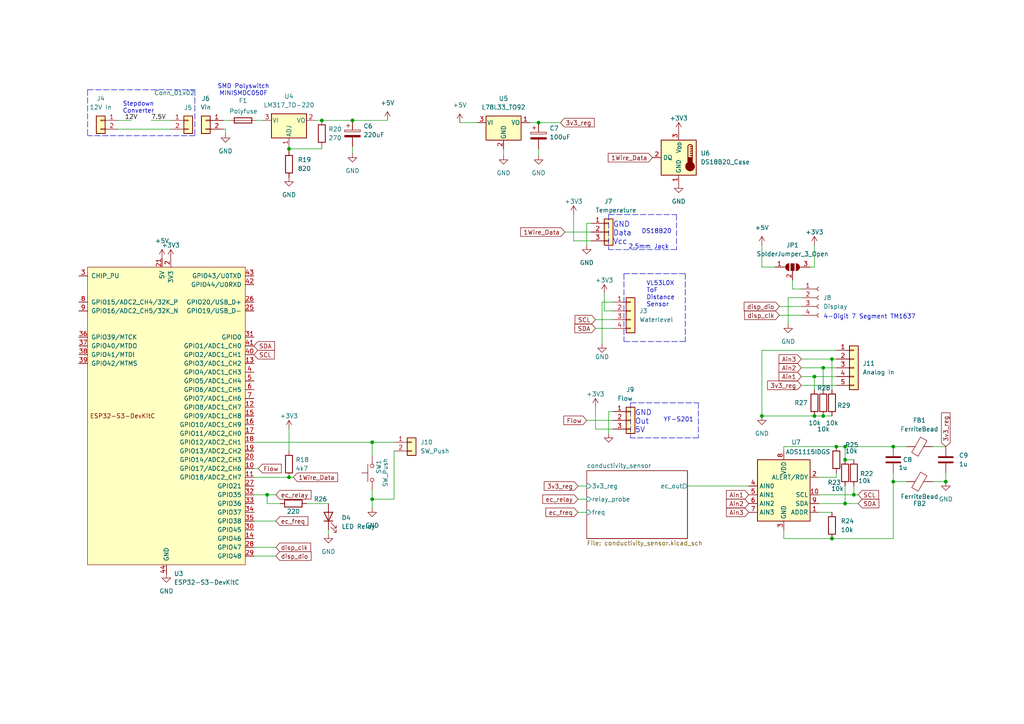
<source format=kicad_sch>
(kicad_sch (version 20231120) (generator "eeschema") (generator_version "8.0")
  (paper "A4")
  (lib_symbols
    (symbol "Analog_ADC:ADS1115IDGS"
      (property "Reference" "U" (at 2.54 13.97 0))
      (property "Value" "ADS1115IDGS" (at 7.62 11.43 0))
      (symbol "ADS1115IDGS_0_1"
        (rectangle (start -7.62 10.16) (end 7.62 -7.62) (stroke (width 0.254)) (fill (type background)))
      )
      (symbol "ADS1115IDGS_1_1"
        (pin input line (at 10.16 -5.08 180) (length 2.54) (name "ADDR") (number "1"))
        (pin input line (at 10.16 0 180) (length 2.54) (name "SCL") (number "10"))
        (pin output line (at 10.16 5.08 180) (length 2.54) (name "ALERT/RDY") (number "2"))
        (pin power_in line (at 0 -10.16 90) (length 2.54) (name "GND") (number "3"))
        (pin input line (at -10.16 2.54 0) (length 2.54) (name "AIN0") (number "4"))
        (pin input line (at -10.16 0 0) (length 2.54) (name "AIN1") (number "5"))
        (pin input line (at -10.16 -2.54 0) (length 2.54) (name "AIN2") (number "6"))
        (pin input line (at -10.16 -5.08 0) (length 2.54) (name "AIN3") (number "7"))
        (pin power_in line (at 0 12.7 270) (length 2.54) (name "VDD") (number "8"))
        (pin bidirectional line (at 10.16 -2.54 180) (length 2.54) (name "SDA") (number "9"))
      )
    )
    (symbol "Connector:Conn_01x04_Socket" (pin_names (offset 1.016) hide)
      (property "Reference" "J" (at 0 5.08 0))
      (property "Value" "Conn_01x04_Socket" (at 0 -7.62 0))
      (symbol "Conn_01x04_Socket_1_1"
        (arc (start 0 -4.572) (mid -0.5058 -5.08) (end 0 -5.588) (stroke (width 0.1524)))
        (arc (start 0 -2.032) (mid -0.5058 -2.54) (end 0 -3.048) (stroke (width 0.1524)))
        (polyline (pts (xy -1.27 -5.08) (xy -0.508 -5.08)) (stroke (width 0.1524)))
        (polyline (pts (xy -1.27 -2.54) (xy -0.508 -2.54)) (stroke (width 0.1524)))
        (polyline (pts (xy -1.27 0) (xy -0.508 0)) (stroke (width 0.1524)))
        (polyline (pts (xy -1.27 2.54) (xy -0.508 2.54)) (stroke (width 0.1524)))
        (arc (start 0 0.508) (mid -0.5058 0) (end 0 -0.508) (stroke (width 0.1524)))
        (arc (start 0 3.048) (mid -0.5058 2.54) (end 0 2.032) (stroke (width 0.1524)))
        (pin passive line (at -5.08 2.54 0) (length 3.81) (name "Pin_1") (number "1"))
        (pin passive line (at -5.08 0 0) (length 3.81) (name "Pin_2") (number "2"))
        (pin passive line (at -5.08 -2.54 0) (length 3.81) (name "Pin_3") (number "3"))
        (pin passive line (at -5.08 -5.08 0) (length 3.81) (name "Pin_4") (number "4"))
      )
    )
    (symbol "Connector_Generic:Conn_01x02" (pin_names (offset 1.016) hide)
      (property "Reference" "J" (at 0 2.54 0))
      (property "Value" "Conn_01x02" (at 0 -5.08 0))
      (symbol "Conn_01x02_1_1"
        (rectangle (start -1.27 -2.413) (end 0 -2.667) (stroke (width 0.1524)))
        (rectangle (start -1.27 0.127) (end 0 -0.127) (stroke (width 0.1524)))
        (rectangle (start -1.27 1.27) (end 1.27 -3.81) (stroke (width 0.254)) (fill (type background)))
        (pin passive line (at -5.08 0 0) (length 3.81) (name "Pin_1") (number "1"))
        (pin passive line (at -5.08 -2.54 0) (length 3.81) (name "Pin_2") (number "2"))
      )
    )
    (symbol "Connector_Generic:Conn_01x03" (pin_names (offset 1.016) hide)
      (property "Reference" "J" (at 0 5.08 0))
      (property "Value" "Conn_01x03" (at 0 -5.08 0))
      (symbol "Conn_01x03_1_1"
        (rectangle (start -1.27 -2.413) (end 0 -2.667) (stroke (width 0.1524)))
        (rectangle (start -1.27 0.127) (end 0 -0.127) (stroke (width 0.1524)))
        (rectangle (start -1.27 2.667) (end 0 2.413) (stroke (width 0.1524)))
        (rectangle (start -1.27 3.81) (end 1.27 -3.81) (stroke (width 0.254)) (fill (type background)))
        (pin passive line (at -5.08 2.54 0) (length 3.81) (name "Pin_1") (number "1"))
        (pin passive line (at -5.08 0 0) (length 3.81) (name "Pin_2") (number "2"))
        (pin passive line (at -5.08 -2.54 0) (length 3.81) (name "Pin_3") (number "3"))
      )
    )
    (symbol "Connector_Generic:Conn_01x04" (pin_names (offset 1.016) hide)
      (property "Reference" "J" (at 0 5.08 0))
      (property "Value" "Conn_01x04" (at 0 -7.62 0))
      (symbol "Conn_01x04_1_1"
        (rectangle (start -1.27 -4.953) (end 0 -5.207) (stroke (width 0.1524)))
        (rectangle (start -1.27 -2.413) (end 0 -2.667) (stroke (width 0.1524)))
        (rectangle (start -1.27 0.127) (end 0 -0.127) (stroke (width 0.1524)))
        (rectangle (start -1.27 2.667) (end 0 2.413) (stroke (width 0.1524)))
        (rectangle (start -1.27 3.81) (end 1.27 -6.35) (stroke (width 0.254)) (fill (type background)))
        (pin passive line (at -5.08 2.54 0) (length 3.81) (name "Pin_1") (number "1"))
        (pin passive line (at -5.08 0 0) (length 3.81) (name "Pin_2") (number "2"))
        (pin passive line (at -5.08 -2.54 0) (length 3.81) (name "Pin_3") (number "3"))
        (pin passive line (at -5.08 -5.08 0) (length 3.81) (name "Pin_4") (number "4"))
      )
    )
    (symbol "Connector_Generic:Conn_01x05" (pin_names (offset 1.016) hide)
      (property "Reference" "J" (at 0 7.62 0))
      (property "Value" "Conn_01x05" (at 0 -7.62 0))
      (symbol "Conn_01x05_1_1"
        (rectangle (start -1.27 -4.953) (end 0 -5.207) (stroke (width 0.1524)))
        (rectangle (start -1.27 -2.413) (end 0 -2.667) (stroke (width 0.1524)))
        (rectangle (start -1.27 0.127) (end 0 -0.127) (stroke (width 0.1524)))
        (rectangle (start -1.27 2.667) (end 0 2.413) (stroke (width 0.1524)))
        (rectangle (start -1.27 5.207) (end 0 4.953) (stroke (width 0.1524)))
        (rectangle (start -1.27 6.35) (end 1.27 -6.35) (stroke (width 0.254)) (fill (type background)))
        (pin passive line (at -5.08 5.08 0) (length 3.81) (name "Pin_1") (number "1"))
        (pin passive line (at -5.08 2.54 0) (length 3.81) (name "Pin_2") (number "2"))
        (pin passive line (at -5.08 0 0) (length 3.81) (name "Pin_3") (number "3"))
        (pin passive line (at -5.08 -2.54 0) (length 3.81) (name "Pin_4") (number "4"))
        (pin passive line (at -5.08 -5.08 0) (length 3.81) (name "Pin_5") (number "5"))
      )
    )
    (symbol "Device:C" (pin_numbers hide) (pin_names (offset 0.254))
      (property "Reference" "C" (at 0.635 2.54 0))
      (property "Value" "C" (at 0.635 -2.54 0))
      (symbol "C_0_1"
        (polyline (pts (xy -2.032 -0.762) (xy 2.032 -0.762)) (stroke (width 0.508)))
        (polyline (pts (xy -2.032 0.762) (xy 2.032 0.762)) (stroke (width 0.508)))
      )
      (symbol "C_1_1"
        (pin passive line (at 0 3.81 270) (length 2.794) (name "~") (number "1"))
        (pin passive line (at 0 -3.81 90) (length 2.794) (name "~") (number "2"))
      )
    )
    (symbol "Device:C_Polarized" (pin_numbers hide) (pin_names (offset 0.254))
      (property "Reference" "C" (at 0.635 2.54 0))
      (property "Value" "C_Polarized" (at 0.635 -2.54 0))
      (symbol "C_Polarized_0_1"
        (rectangle (start -2.286 0.508) (end 2.286 1.016))
        (polyline (pts (xy -1.778 2.286) (xy -0.762 2.286)))
        (polyline (pts (xy -1.27 2.794) (xy -1.27 1.778)))
        (rectangle (start 2.286 -0.508) (end -2.286 -1.016) (fill (type outline)))
      )
      (symbol "C_Polarized_1_1"
        (pin passive line (at 0 3.81 270) (length 2.794) (name "~") (number "1"))
        (pin passive line (at 0 -3.81 90) (length 2.794) (name "~") (number "2"))
      )
    )
    (symbol "Device:FerriteBead" (pin_numbers hide) (pin_names (offset 0))
      (property "Reference" "FB" (at -3.81 0.635 90))
      (property "Value" "FerriteBead" (at 3.81 0 90))
      (symbol "FerriteBead_0_1"
        (polyline (pts (xy 0 -1.27) (xy 0 -1.2192)))
        (polyline (pts (xy 0 1.27) (xy 0 1.2954)))
        (polyline (pts (xy -2.7686 0.4064) (xy -1.7018 2.2606) (xy 2.7686 -0.3048) (xy 1.6764 -2.159) (xy -2.7686 0.4064)))
      )
      (symbol "FerriteBead_1_1"
        (pin passive line (at 0 3.81 270) (length 2.54) (name "~") (number "1"))
        (pin passive line (at 0 -3.81 90) (length 2.54) (name "~") (number "2"))
      )
    )
    (symbol "Device:Fuse" (pin_numbers hide) (pin_names (offset 0))
      (property "Reference" "F" (at 2.032 0 90))
      (property "Value" "Fuse" (at -1.905 0 90))
      (symbol "Fuse_0_1"
        (rectangle (start -0.762 -2.54) (end 0.762 2.54) (stroke (width 0.254)))
        (polyline (pts (xy 0 2.54) (xy 0 -2.54)))
      )
      (symbol "Fuse_1_1"
        (pin passive line (at 0 3.81 270) (length 1.27) (name "~") (number "1"))
        (pin passive line (at 0 -3.81 90) (length 1.27) (name "~") (number "2"))
      )
    )
    (symbol "Device:LED" (pin_numbers hide) (pin_names (offset 1.016) hide)
      (property "Reference" "D" (at 0 2.54 0))
      (property "Value" "LED" (at 0 -2.54 0))
      (symbol "LED_0_1"
        (polyline (pts (xy -1.27 -1.27) (xy -1.27 1.27)) (stroke (width 0.254)))
        (polyline (pts (xy -1.27 0) (xy 1.27 0)))
        (polyline (pts (xy 1.27 -1.27) (xy 1.27 1.27) (xy -1.27 0) (xy 1.27 -1.27)) (stroke (width 0.254)))
        (polyline (pts (xy -3.048 -0.762) (xy -4.572 -2.286) (xy -3.81 -2.286) (xy -4.572 -2.286) (xy -4.572 -1.524)))
        (polyline (pts (xy -1.778 -0.762) (xy -3.302 -2.286) (xy -2.54 -2.286) (xy -3.302 -2.286) (xy -3.302 -1.524)))
      )
      (symbol "LED_1_1"
        (pin passive line (at -3.81 0 0) (length 2.54) (name "K") (number "1"))
        (pin passive line (at 3.81 0 180) (length 2.54) (name "A") (number "2"))
      )
    )
    (symbol "Device:R" (pin_numbers hide) (pin_names (offset 0))
      (property "Reference" "R" (at 2.032 0 90))
      (property "Value" "R" (at 0 0 90))
      (symbol "R_0_1"
        (rectangle (start -1.016 -2.54) (end 1.016 2.54) (stroke (width 0.254)))
      )
      (symbol "R_1_1"
        (pin passive line (at 0 3.81 270) (length 1.27) (name "~") (number "1"))
        (pin passive line (at 0 -3.81 90) (length 1.27) (name "~") (number "2"))
      )
    )
    (symbol "Jumper:SolderJumper_3_Open" (pin_names (offset 0) hide) (exclude_from_sim yes) (in_bom no)
      (property "Reference" "JP" (at -2.54 -2.54 0))
      (property "Value" "SolderJumper_3_Open" (at 0 2.794 0))
      (symbol "SolderJumper_3_Open_0_1"
        (arc (start -1.016 1.016) (mid -2.0276 0) (end -1.016 -1.016))
        (arc (start -1.016 1.016) (mid -2.0276 0) (end -1.016 -1.016) (fill (type outline)))
        (rectangle (start -0.508 1.016) (end 0.508 -1.016) (fill (type outline)))
        (polyline (pts (xy -2.54 0) (xy -2.032 0)))
        (polyline (pts (xy -1.016 1.016) (xy -1.016 -1.016)))
        (polyline (pts (xy 0 -1.27) (xy 0 -1.016)))
        (polyline (pts (xy 1.016 1.016) (xy 1.016 -1.016)))
        (polyline (pts (xy 2.54 0) (xy 2.032 0)))
        (arc (start 1.016 -1.016) (mid 2.0276 0) (end 1.016 1.016))
        (arc (start 1.016 -1.016) (mid 2.0276 0) (end 1.016 1.016) (fill (type outline)))
      )
      (symbol "SolderJumper_3_Open_1_1"
        (pin passive line (at -5.08 0 0) (length 2.54) (name "A") (number "1"))
        (pin passive line (at 0 -3.81 90) (length 2.54) (name "C") (number "2"))
        (pin passive line (at 5.08 0 180) (length 2.54) (name "B") (number "3"))
      )
    )
    (symbol "PCM_Espressif:ESP32-S3-DevKitC" (pin_names (offset 1.016))
      (property "Reference" "U" (at -22.86 48.26 0))
      (property "Value" "ESP32-S3-DevKitC" (at -22.86 45.72 0))
      (symbol "ESP32-S3-DevKitC_0_0"
        (text "ESP32-S3-DevKitC" (at -12.7 0 0) (effects (font (size 1.27 1.27))))
        (pin bidirectional line (at 25.4 -35.56 180) (length 2.54) (name "GPIO46") (number "14"))
        (pin bidirectional line (at 25.4 -10.16 180) (length 2.54) (name "GPIO13/ADC2_CH2") (number "19"))
        (pin bidirectional line (at -25.4 15.24 0) (length 2.54) (name "GPIO42/MTMS") (number "39"))
        (pin bidirectional line (at 25.4 17.78 180) (length 2.54) (name "GPIO2/ADC1_CH1") (number "40"))
        (pin bidirectional line (at 25.4 20.32 180) (length 2.54) (name "GPIO1/ADC1_CH0") (number "41"))
        (pin bidirectional line (at 25.4 38.1 180) (length 2.54) (name "GPIO44/U0RXD") (number "42"))
        (pin bidirectional line (at 25.4 40.64 180) (length 2.54) (name "GPIO43/U0TXD") (number "43"))
        (pin power_in line (at 0 -45.72 90) (length 2.54) (name "GND") (number "44"))
      )
      (symbol "ESP32-S3-DevKitC_0_1"
        (rectangle (start -22.86 43.18) (end 22.86 -43.18) (fill (type background)))
        (pin power_in line (at 1.27 45.72 270) (length 2.54) (name "3V3") (number "2"))
      )
      (symbol "ESP32-S3-DevKitC_1_1"
        (pin passive line (at 1.27 45.72 270) (length 2.54) hide (name "3V3") (number "1"))
        (pin bidirectional line (at 25.4 -15.24 180) (length 2.54) (name "GPIO17/ADC2_CH6") (number "10"))
        (pin bidirectional line (at 25.4 -17.78 180) (length 2.54) (name "GPIO18/ADC2_CH7") (number "11"))
        (pin bidirectional line (at 25.4 2.54 180) (length 2.54) (name "GPIO8/ADC1_CH7") (number "12"))
        (pin bidirectional line (at 25.4 15.24 180) (length 2.54) (name "GPIO3/ADC1_CH2") (number "13"))
        (pin bidirectional line (at 25.4 0 180) (length 2.54) (name "GPIO9/ADC1_CH8") (number "15"))
        (pin bidirectional line (at 25.4 -2.54 180) (length 2.54) (name "GPIO10/ADC1_CH9") (number "16"))
        (pin bidirectional line (at 25.4 -5.08 180) (length 2.54) (name "GPIO11/ADC2_CH0") (number "17"))
        (pin bidirectional line (at 25.4 -7.62 180) (length 2.54) (name "GPIO12/ADC2_CH1") (number "18"))
        (pin bidirectional line (at 25.4 -12.7 180) (length 2.54) (name "GPIO14/ADC2_CH3") (number "20"))
        (pin power_in line (at -1.27 45.72 270) (length 2.54) (name "5V") (number "21"))
        (pin passive line (at 0 -45.72 90) (length 2.54) hide (name "GND") (number "22"))
        (pin passive line (at 0 -45.72 90) (length 2.54) hide (name "GND") (number "23"))
        (pin passive line (at 0 -45.72 90) (length 2.54) hide (name "GND") (number "24"))
        (pin bidirectional line (at 25.4 30.48 180) (length 2.54) (name "GPIO19/USB_D-") (number "25"))
        (pin bidirectional line (at 25.4 33.02 180) (length 2.54) (name "GPIO20/USB_D+") (number "26"))
        (pin bidirectional line (at 25.4 -20.32 180) (length 2.54) (name "GPIO21") (number "27"))
        (pin bidirectional line (at 25.4 -38.1 180) (length 2.54) (name "GPIO47") (number "28"))
        (pin bidirectional line (at 25.4 -40.64 180) (length 2.54) (name "GPIO48") (number "29"))
        (pin input line (at -25.4 40.64 0) (length 2.54) (name "CHIP_PU") (number "3"))
        (pin bidirectional line (at 25.4 -33.02 180) (length 2.54) (name "GPIO45") (number "30"))
        (pin bidirectional line (at 25.4 22.86 180) (length 2.54) (name "GPIO0") (number "31"))
        (pin bidirectional line (at 25.4 -22.86 180) (length 2.54) (name "GPIO35") (number "32"))
        (pin bidirectional line (at 25.4 -25.4 180) (length 2.54) (name "GPIO36") (number "33"))
        (pin bidirectional line (at 25.4 -27.94 180) (length 2.54) (name "GPIO37") (number "34"))
        (pin bidirectional line (at 25.4 -30.48 180) (length 2.54) (name "GPIO38") (number "35"))
        (pin bidirectional line (at -25.4 22.86 0) (length 2.54) (name "GPIO39/MTCK") (number "36"))
        (pin bidirectional line (at -25.4 20.32 0) (length 2.54) (name "GPIO40/MTDO") (number "37"))
        (pin bidirectional line (at -25.4 17.78 0) (length 2.54) (name "GPIO41/MTDI") (number "38"))
        (pin bidirectional line (at 25.4 12.7 180) (length 2.54) (name "GPIO4/ADC1_CH3") (number "4"))
        (pin bidirectional line (at 25.4 10.16 180) (length 2.54) (name "GPIO5/ADC1_CH4") (number "5"))
        (pin bidirectional line (at 25.4 7.62 180) (length 2.54) (name "GPIO6/ADC1_CH5") (number "6"))
        (pin bidirectional line (at 25.4 5.08 180) (length 2.54) (name "GPIO7/ADC1_CH6") (number "7"))
        (pin bidirectional line (at -25.4 33.02 0) (length 2.54) (name "GPIO15/ADC2_CH4/32K_P") (number "8"))
        (pin bidirectional line (at -25.4 30.48 0) (length 2.54) (name "GPIO16/ADC2_CH5/32K_N") (number "9"))
      )
    )
    (symbol "Regulator_Linear:L78L33_TO92" (pin_names (offset 0.254))
      (property "Reference" "U" (at -3.81 3.175 0))
      (property "Value" "L78L33_TO92" (at 0 3.175 0))
      (symbol "L78L33_TO92_0_1"
        (rectangle (start -5.08 -5.08) (end 5.08 1.905) (stroke (width 0.254)) (fill (type background)))
      )
      (symbol "L78L33_TO92_1_1"
        (pin power_out line (at 7.62 0 180) (length 2.54) (name "VO") (number "1"))
        (pin power_in line (at 0 -7.62 90) (length 2.54) (name "GND") (number "2"))
        (pin power_in line (at -7.62 0 0) (length 2.54) (name "VI") (number "3"))
      )
    )
    (symbol "Regulator_Linear:LM317_TO-220" (pin_names (offset 0.254))
      (property "Reference" "U" (at -3.81 3.175 0))
      (property "Value" "LM317_TO-220" (at 0 3.175 0))
      (symbol "LM317_TO-220_0_1"
        (rectangle (start -5.08 1.905) (end 5.08 -5.08) (stroke (width 0.254)) (fill (type background)))
      )
      (symbol "LM317_TO-220_1_1"
        (pin input line (at 0 -7.62 90) (length 2.54) (name "ADJ") (number "1"))
        (pin power_out line (at 7.62 0 180) (length 2.54) (name "VO") (number "2"))
        (pin power_in line (at -7.62 0 0) (length 2.54) (name "VI") (number "3"))
      )
    )
    (symbol "Sensor_Temperature:DS18B20"
      (property "Reference" "U" (at -3.81 6.35 0))
      (property "Value" "DS18B20" (at 6.35 6.35 0))
      (symbol "DS18B20_0_1"
        (rectangle (start -5.08 5.08) (end 5.08 -5.08) (stroke (width 0.254)) (fill (type background)))
        (circle (center -3.302 -2.54) (radius 1.27) (stroke (width 0.254)) (fill (type outline)))
        (rectangle (start -2.667 -1.905) (end -3.937 0) (stroke (width 0.254)) (fill (type outline)))
        (arc (start -2.667 3.175) (mid -3.302 3.8073) (end -3.937 3.175) (stroke (width 0.254)))
        (polyline (pts (xy -3.937 0.635) (xy -3.302 0.635)) (stroke (width 0.254)))
        (polyline (pts (xy -3.937 1.27) (xy -3.302 1.27)) (stroke (width 0.254)))
        (polyline (pts (xy -3.937 1.905) (xy -3.302 1.905)) (stroke (width 0.254)))
        (polyline (pts (xy -3.937 2.54) (xy -3.302 2.54)) (stroke (width 0.254)))
        (polyline (pts (xy -3.937 3.175) (xy -3.937 0)) (stroke (width 0.254)))
        (polyline (pts (xy -3.937 3.175) (xy -3.302 3.175)) (stroke (width 0.254)))
        (polyline (pts (xy -2.667 3.175) (xy -2.667 0)) (stroke (width 0.254)))
      )
      (symbol "DS18B20_1_1"
        (pin power_in line (at 0 -7.62 90) (length 2.54) (name "GND") (number "1"))
        (pin bidirectional line (at 7.62 0 180) (length 2.54) (name "DQ") (number "2"))
        (pin power_in line (at 0 7.62 270) (length 2.54) (name "V_{DD}") (number "3"))
      )
    )
    (symbol "Switch:SW_Push" (pin_numbers hide) (pin_names (offset 1.016) hide)
      (property "Reference" "SW" (at 1.27 2.54 0))
      (property "Value" "SW_Push" (at 0 -1.524 0))
      (symbol "SW_Push_0_1"
        (circle (center -2.032 0) (radius 0.508))
        (polyline (pts (xy 0 1.27) (xy 0 3.048)))
        (polyline (pts (xy 2.54 1.27) (xy -2.54 1.27)))
        (circle (center 2.032 0) (radius 0.508))
        (pin passive line (at -5.08 0 0) (length 2.54) (name "1") (number "1"))
        (pin passive line (at 5.08 0 180) (length 2.54) (name "2") (number "2"))
      )
    )
    (symbol "power:+3V3" (power) (pin_names (offset 0))
      (property "Value" "+3V3" (at 0 3.556 0))
      (symbol "+3V3_0_1"
        (polyline (pts (xy -0.762 1.27) (xy 0 2.54)))
        (polyline (pts (xy 0 0) (xy 0 2.54)))
        (polyline (pts (xy 0 2.54) (xy 0.762 1.27)))
      )
      (symbol "+3V3_1_1"
        (pin power_in line (at 0 0 90) (length 0) hide (name "+3V3") (number "1"))
      )
    )
    (symbol "power:+5V" (power) (pin_names (offset 0))
      (property "Value" "+5V" (at 0 3.556 0))
      (symbol "+5V_0_1"
        (polyline (pts (xy -0.762 1.27) (xy 0 2.54)))
        (polyline (pts (xy 0 0) (xy 0 2.54)))
        (polyline (pts (xy 0 2.54) (xy 0.762 1.27)))
      )
      (symbol "+5V_1_1"
        (pin power_in line (at 0 0 90) (length 0) hide (name "+5V") (number "1"))
      )
    )
    (symbol "power:GND" (power) (pin_names (offset 0))
      (property "Value" "GND" (at 0 -3.81 0))
      (symbol "GND_0_1"
        (polyline (pts (xy 0 0) (xy 0 -1.27) (xy 1.27 -1.27) (xy 0 -2.54) (xy -1.27 -1.27) (xy 0 -1.27)))
      )
      (symbol "GND_1_1"
        (pin power_in line (at 0 0 270) (length 0) hide (name "GND") (number "1"))
      )
    )
  )
  (junction (at 107.95 128.27))
  (junction (at 220.98 120.65))
  (junction (at 83.82 43.18))
  (junction (at 245.11 129.54))
  (junction (at 238.76 120.65))
  (junction (at 107.95 144.78))
  (junction (at 247.65 143.51))
  (junction (at 238.76 106.68))
  (junction (at 93.345 34.925))
  (junction (at 245.11 146.05))
  (junction (at 259.08 139.7))
  (junction (at 259.08 129.54))
  (junction (at 274.32 139.7))
  (junction (at 83.82 138.43))
  (junction (at 236.22 120.65))
  (junction (at 156.21 35.56))
  (junction (at 241.3 156.21))
  (junction (at 241.3 104.14))
  (junction (at 236.22 109.22))
  (junction (at 242.57 129.54))
  (junction (at 77.47 143.51))
  (junction (at 102.235 34.925))
  (junction (at 245.11 133.35))
  (polyline (pts (xy 25.4 26.035) (xy 25.4 39.37)) (stroke (width 0) (type dash)))
  (wire (pts (xy 74.295 34.925) (xy 76.2 34.925)))
  (polyline (pts (xy 202.565 116.84) (xy 202.565 127)) (stroke (width 0) (type dash)))
  (wire (pts (xy 227.33 129.54) (xy 242.57 129.54)))
  (wire (pts (xy 220.98 101.6) (xy 220.98 120.65)))
  (wire (pts (xy 237.49 148.59) (xy 241.3 148.59)))
  (polyline (pts (xy 180.975 79.375) (xy 198.755 79.375)) (stroke (width 0) (type dash)))
  (wire (pts (xy 242.57 109.22) (xy 236.22 109.22)))
  (wire (pts (xy 88.9 146.05) (xy 95.25 146.05)))
  (wire (pts (xy 242.57 101.6) (xy 220.98 101.6)))
  (wire (pts (xy 224.79 77.47) (xy 220.98 77.47)))
  (wire (pts (xy 274.32 137.16) (xy 274.32 139.7)))
  (wire (pts (xy 226.06 88.9) (xy 232.41 88.9)))
  (wire (pts (xy 73.66 158.75) (xy 80.01 158.75)))
  (wire (pts (xy 107.95 128.27) (xy 114.3 128.27)))
  (wire (pts (xy 236.22 77.47) (xy 234.95 77.47)))
  (wire (pts (xy 227.33 156.21) (xy 241.3 156.21)))
  (wire (pts (xy 91.44 34.925) (xy 93.345 34.925)))
  (wire (pts (xy 227.33 153.67) (xy 227.33 156.21)))
  (wire (pts (xy 83.82 43.18) (xy 83.82 43.815)))
  (wire (pts (xy 34.29 37.465) (xy 49.53 37.465)))
  (wire (pts (xy 73.66 128.27) (xy 107.95 128.27)))
  (wire (pts (xy 241.3 104.14) (xy 241.3 113.03)))
  (wire (pts (xy 245.11 146.05) (xy 248.92 146.05)))
  (wire (pts (xy 245.11 133.35) (xy 247.65 133.35)))
  (wire (pts (xy 174.625 87.63) (xy 174.625 99.695)))
  (wire (pts (xy 107.95 144.78) (xy 107.95 147.32)))
  (wire (pts (xy 171.45 64.77) (xy 170.18 64.77)))
  (wire (pts (xy 228.6 86.36) (xy 232.41 86.36)))
  (wire (pts (xy 107.95 132.08) (xy 107.95 128.27)))
  (wire (pts (xy 172.72 95.25) (xy 177.8 95.25)))
  (wire (pts (xy 259.08 129.54) (xy 262.89 129.54)))
  (wire (pts (xy 107.95 142.24) (xy 107.95 144.78)))
  (polyline (pts (xy 182.88 116.84) (xy 202.565 116.84)) (stroke (width 0) (type dash)))
  (wire (pts (xy 226.06 91.44) (xy 232.41 91.44)))
  (wire (pts (xy 242.57 137.16) (xy 242.57 138.43)))
  (wire (pts (xy 170.18 121.92) (xy 177.8 121.92)))
  (wire (pts (xy 167.64 148.59) (xy 170.18 148.59)))
  (wire (pts (xy 177.8 90.17) (xy 175.26 90.17)))
  (wire (pts (xy 73.66 151.13) (xy 80.01 151.13)))
  (wire (pts (xy 270.51 129.54) (xy 274.32 129.54)))
  (wire (pts (xy 237.49 146.05) (xy 245.11 146.05)))
  (polyline (pts (xy 182.88 116.84) (xy 182.88 127)) (stroke (width 0) (type dash)))
  (wire (pts (xy 238.76 106.68) (xy 232.41 106.68)))
  (wire (pts (xy 64.77 34.925) (xy 66.675 34.925)))
  (wire (pts (xy 170.18 64.77) (xy 170.18 71.12)))
  (wire (pts (xy 156.21 35.56) (xy 162.56 35.56)))
  (wire (pts (xy 242.57 104.14) (xy 241.3 104.14)))
  (wire (pts (xy 236.22 109.22) (xy 236.22 113.03)))
  (wire (pts (xy 166.37 69.85) (xy 166.37 62.23)))
  (wire (pts (xy 232.41 83.82) (xy 229.87 83.82)))
  (wire (pts (xy 199.39 140.97) (xy 217.17 140.97)))
  (wire (pts (xy 236.22 109.22) (xy 232.41 109.22)))
  (polyline (pts (xy 180.975 79.375) (xy 180.975 99.06)) (stroke (width 0) (type dash)))
  (wire (pts (xy 172.72 124.46) (xy 172.72 118.11)))
  (wire (pts (xy 73.66 138.43) (xy 83.82 138.43)))
  (wire (pts (xy 102.235 42.545) (xy 102.235 44.45)))
  (wire (pts (xy 242.57 111.76) (xy 232.41 111.76)))
  (wire (pts (xy 242.57 138.43) (xy 237.49 138.43)))
  (polyline (pts (xy 176.53 62.23) (xy 196.215 62.23)) (stroke (width 0) (type dash)))
  (wire (pts (xy 236.22 120.65) (xy 238.76 120.65)))
  (wire (pts (xy 245.11 129.54) (xy 245.11 133.35)))
  (wire (pts (xy 242.57 129.54) (xy 245.11 129.54)))
  (wire (pts (xy 220.98 120.65) (xy 236.22 120.65)))
  (wire (pts (xy 259.08 139.7) (xy 259.08 156.21)))
  (wire (pts (xy 73.66 135.89) (xy 74.93 135.89)))
  (wire (pts (xy 153.67 35.56) (xy 156.21 35.56)))
  (wire (pts (xy 93.345 34.925) (xy 102.235 34.925)))
  (wire (pts (xy 83.82 42.545) (xy 83.82 43.18)))
  (wire (pts (xy 177.8 119.38) (xy 176.53 119.38)))
  (wire (pts (xy 114.3 144.78) (xy 107.95 144.78)))
  (wire (pts (xy 174.625 87.63) (xy 177.8 87.63)))
  (wire (pts (xy 156.21 43.18) (xy 156.21 45.085)))
  (polyline (pts (xy 25.4 26.035) (xy 56.515 26.035)) (stroke (width 0) (type dash)))
  (wire (pts (xy 242.57 106.68) (xy 238.76 106.68)))
  (wire (pts (xy 238.76 106.68) (xy 238.76 113.03)))
  (wire (pts (xy 83.82 43.18) (xy 93.345 43.18)))
  (polyline (pts (xy 56.515 39.37) (xy 25.4 39.37)) (stroke (width 0) (type dash)))
  (wire (pts (xy 172.72 124.46) (xy 177.8 124.46)))
  (polyline (pts (xy 196.215 62.23) (xy 196.215 72.39)) (stroke (width 0) (type dash)))
  (wire (pts (xy 65.405 37.465) (xy 65.405 38.735)))
  (wire (pts (xy 237.49 143.51) (xy 247.65 143.51)))
  (wire (pts (xy 73.66 143.51) (xy 77.47 143.51)))
  (wire (pts (xy 114.3 130.81) (xy 114.3 144.78)))
  (wire (pts (xy 77.47 146.05) (xy 81.28 146.05)))
  (wire (pts (xy 259.08 139.7) (xy 262.89 139.7)))
  (wire (pts (xy 73.66 161.29) (xy 80.01 161.29)))
  (wire (pts (xy 247.65 140.97) (xy 247.65 143.51)))
  (polyline (pts (xy 196.215 72.39) (xy 176.53 72.39)) (stroke (width 0) (type dash)))
  (wire (pts (xy 238.76 120.65) (xy 241.3 120.65)))
  (wire (pts (xy 163.83 67.31) (xy 171.45 67.31)))
  (wire (pts (xy 274.32 139.7) (xy 270.51 139.7)))
  (wire (pts (xy 228.6 93.98) (xy 228.6 86.36)))
  (wire (pts (xy 133.35 35.56) (xy 138.43 35.56)))
  (wire (pts (xy 172.72 92.71) (xy 177.8 92.71)))
  (wire (pts (xy 176.53 119.38) (xy 176.53 125.73)))
  (polyline (pts (xy 198.755 79.375) (xy 198.755 99.06)) (stroke (width 0) (type dash)))
  (wire (pts (xy 220.98 77.47) (xy 220.98 71.12)))
  (wire (pts (xy 245.11 140.97) (xy 245.11 146.05)))
  (wire (pts (xy 43.815 34.925) (xy 49.53 34.925)))
  (polyline (pts (xy 198.755 99.06) (xy 180.975 99.06)) (stroke (width 0) (type dash)))
  (wire (pts (xy 167.64 144.78) (xy 170.18 144.78)))
  (wire (pts (xy 93.345 42.545) (xy 93.345 43.18)))
  (polyline (pts (xy 202.565 127) (xy 182.88 127)) (stroke (width 0) (type dash)))
  (wire (pts (xy 167.64 140.97) (xy 170.18 140.97)))
  (wire (pts (xy 34.29 34.925) (xy 38.1 34.925)))
  (wire (pts (xy 175.26 90.17) (xy 175.26 85.09)))
  (wire (pts (xy 77.47 143.51) (xy 80.01 143.51)))
  (wire (pts (xy 102.235 34.925) (xy 112.395 34.925)))
  (wire (pts (xy 247.65 143.51) (xy 248.92 143.51)))
  (wire (pts (xy 259.08 137.16) (xy 259.08 139.7)))
  (wire (pts (xy 83.82 138.43) (xy 85.09 138.43)))
  (wire (pts (xy 245.11 129.54) (xy 259.08 129.54)))
  (polyline (pts (xy 176.53 62.23) (xy 176.53 72.39)) (stroke (width 0) (type dash)))
  (wire (pts (xy 227.33 129.54) (xy 227.33 130.81)))
  (wire (pts (xy 95.25 153.67) (xy 95.25 154.94)))
  (wire (pts (xy 229.87 83.82) (xy 229.87 81.28)))
  (wire (pts (xy 77.47 143.51) (xy 77.47 146.05)))
  (wire (pts (xy 83.82 124.46) (xy 83.82 130.81)))
  (wire (pts (xy 166.37 69.85) (xy 171.45 69.85)))
  (wire (pts (xy 259.08 156.21) (xy 241.3 156.21)))
  (wire (pts (xy 241.3 104.14) (xy 232.41 104.14)))
  (wire (pts (xy 146.05 43.18) (xy 146.05 45.085)))
  (polyline (pts (xy 56.515 26.035) (xy 56.515 39.37)) (stroke (width 0) (type dash)))
  (wire (pts (xy 64.77 37.465) (xy 65.405 37.465)))
  (wire (pts (xy 236.22 71.12) (xy 236.22 77.47)))
  (text "DS18B20" (at 186.055 67.945 0) (effects (font (size 1.27 1.27)) (justify left bottom)))
  (text "4-Digit 7 Segment TM1637" (at 252.222 91.948 0) (effects (font (size 1.27 1.27))))
  (text "2.5mm Jack" (at 182.245 72.39 0) (effects (font (size 1.27 1.27)) (justify left bottom)))
  (text "GND\nData\nVcc" (at 177.8 71.12 0) (effects (font (size 1.55 1.55)) (justify left bottom)))
  (text "SMD Polyswitch\nMINISMDC050F" (at 70.612 26.162 0) (effects (font (size 1.27 1.27))))
  (text "VL53L0X\nToF\nDistance\nSensor" (at 187.452 89.154 0) (effects (font (size 1.27 1.27)) (justify left bottom)))
  (text "Stepdown\nConverter" (at 35.56 33.02 0) (effects (font (size 1.27 1.27)) (justify left bottom)))
  (text "GND\nOut\n5V" (at 184.15 125.73 0) (effects (font (size 1.55 1.55)) (justify left bottom)))
  (text "YF-S201" (at 192.405 122.555 0) (effects (font (size 1.27 1.27)) (justify left bottom)))
  (label "12V" (at 36.195 34.925 0))
  (label "7.5V" (at 43.815 34.925 0))
  (global_label "3v3_reg" (shape input) (at 274.32 129.54 90) (property "Intersheetrefs" "${INTERSHEET_REFS}" (effects (hide yes))))
  (global_label "SCL" (shape input) (at 172.72 92.71 180) (property "Intersheetrefs" "${INTERSHEET_REFS}" (effects (hide yes))))
  (global_label "SDA" (shape input) (at 73.66 100.33 0) (property "Intersheetrefs" "${INTERSHEET_REFS}" (effects (hide yes))))
  (global_label "Ain2" (shape input) (at 217.17 146.05 180) (property "Intersheetrefs" "${INTERSHEET_REFS}" (effects (hide yes))))
  (global_label "1Wire_Data" (shape input) (at 163.83 67.31 180) (property "Intersheetrefs" "${INTERSHEET_REFS}" (effects (hide yes))))
  (global_label "Ain3" (shape input) (at 232.41 104.14 180) (property "Intersheetrefs" "${INTERSHEET_REFS}" (effects (hide yes))))
  (global_label "Ain2" (shape input) (at 232.41 106.68 180) (property "Intersheetrefs" "${INTERSHEET_REFS}" (effects (hide yes))))
  (global_label "Ain1" (shape input) (at 232.41 109.22 180) (property "Intersheetrefs" "${INTERSHEET_REFS}" (effects (hide yes))))
  (global_label "SDA" (shape input) (at 248.92 146.05 0) (property "Intersheetrefs" "${INTERSHEET_REFS}" (effects (hide yes))))
  (global_label "3v3_reg" (shape input) (at 232.41 111.76 180) (property "Intersheetrefs" "${INTERSHEET_REFS}" (effects (hide yes))))
  (global_label "Ain3" (shape input) (at 217.17 148.59 180) (property "Intersheetrefs" "${INTERSHEET_REFS}" (effects (hide yes))))
  (global_label "SDA" (shape input) (at 172.72 95.25 180) (property "Intersheetrefs" "${INTERSHEET_REFS}" (effects (hide yes))))
  (global_label "1Wire_Data" (shape input) (at 189.23 45.72 180) (property "Intersheetrefs" "${INTERSHEET_REFS}" (effects (hide yes))))
  (global_label "Ain1" (shape input) (at 217.17 143.51 180) (property "Intersheetrefs" "${INTERSHEET_REFS}" (effects (hide yes))))
  (global_label "ec_relay" (shape input) (at 167.64 144.78 180) (property "Intersheetrefs" "${INTERSHEET_REFS}" (effects (hide yes))))
  (global_label "SCL" (shape input) (at 248.92 143.51 0) (property "Intersheetrefs" "${INTERSHEET_REFS}" (effects (hide yes))))
  (global_label "ec_freq" (shape input) (at 80.01 151.13 0) (property "Intersheetrefs" "${INTERSHEET_REFS}" (effects (hide yes))))
  (global_label "disp_dio" (shape input) (at 226.06 88.9 180) (property "Intersheetrefs" "${INTERSHEET_REFS}" (effects (hide yes))))
  (global_label "disp_dio" (shape input) (at 80.01 161.29 0) (property "Intersheetrefs" "${INTERSHEET_REFS}" (effects (hide yes))))
  (global_label "ec_relay" (shape input) (at 80.01 143.51 0) (property "Intersheetrefs" "${INTERSHEET_REFS}" (effects (hide yes))))
  (global_label "Flow" (shape input) (at 170.18 121.92 180) (property "Intersheetrefs" "${INTERSHEET_REFS}" (effects (hide yes))))
  (global_label "3v3_reg" (shape input) (at 167.64 140.97 180) (property "Intersheetrefs" "${INTERSHEET_REFS}" (effects (hide yes))))
  (global_label "SCL" (shape input) (at 73.66 102.87 0) (property "Intersheetrefs" "${INTERSHEET_REFS}" (effects (hide yes))))
  (global_label "ec_freq" (shape input) (at 167.64 148.59 180) (property "Intersheetrefs" "${INTERSHEET_REFS}" (effects (hide yes))))
  (global_label "3v3_reg" (shape input) (at 162.56 35.56 0) (property "Intersheetrefs" "${INTERSHEET_REFS}" (effects (hide yes))))
  (global_label "1Wire_Data" (shape input) (at 85.09 138.43 0) (property "Intersheetrefs" "${INTERSHEET_REFS}" (effects (hide yes))))
  (global_label "Flow" (shape input) (at 74.93 135.89 0) (property "Intersheetrefs" "${INTERSHEET_REFS}" (effects (hide yes))))
  (global_label "disp_clk" (shape input) (at 80.01 158.75 0) (property "Intersheetrefs" "${INTERSHEET_REFS}" (effects (hide yes))))
  (global_label "disp_clk" (shape input) (at 226.06 91.44 180) (property "Intersheetrefs" "${INTERSHEET_REFS}" (effects (hide yes))))
  (symbol (lib_id "Connector_Generic:Conn_01x03") (at 176.53 67.31 0) (unit 1)
    (property "Reference" "J7" (at 175.26 58.42 0) (effects (justify left)))
    (property "Value" "Temperature" (at 172.72 60.96 0) (effects (justify left)))
    (property "Footprint" "TerminalBlock:TerminalBlock_bornier-3_P5.08mm" (effects (hide yes)))
  )
  (symbol (lib_id "Regulator_Linear:L78L33_TO92") (at 146.05 35.56 0) (unit 1)
    (property "Reference" "U5" (at 146.05 28.575 0))
    (property "Value" "L78L33_TO92" (at 146.05 31.115 0))
    (property "Footprint" "Package_TO_SOT_THT:TO-92_Inline" (effects (hide yes)))
    (property "Datasheet" "http://www.st.com/content/ccc/resource/technical/document/datasheet/15/55/e5/aa/23/5b/43/fd/CD00000446.pdf/files/CD00000446.pdf/jcr:content/translations/en.CD00000446.pdf" (effects (hide yes)))
  )
  (symbol (lib_id "power:GND") (at 48.26 166.37 0) (unit 1)
    (property "Reference" "#PWR025" (effects (hide yes)))
    (property "Value" "GND" (at 48.26 171.45 0))
  )
  (symbol (lib_id "Connector_Generic:Conn_01x02") (at 119.38 128.27 0) (unit 1)
    (property "Reference" "J10" (at 121.92 128.2699 0) (effects (justify left)))
    (property "Value" "SW_Push" (at 121.92 130.8099 0) (effects (justify left)))
    (property "Footprint" "Connector_PinHeader_2.54mm:PinHeader_1x02_P2.54mm_Vertical" (effects (hide yes)))
    (property "Description" "Generic connector, single row, 01x02, script generated (kicad-library-utils/schlib/autogen/connector/)" (effects (hide yes)))
  )
  (symbol (lib_id "power:+5V") (at 220.98 71.12 0) (unit 1)
    (property "Reference" "#PWR034" (effects (hide yes)))
    (property "Value" "+5V" (at 220.98 66.04 0))
  )
  (symbol (lib_id "Connector_Generic:Conn_01x04") (at 182.88 90.17 0) (unit 1)
    (property "Reference" "J3" (at 185.42 90.1699 0) (effects (justify left)))
    (property "Value" "Waterlevel" (at 185.42 92.7099 0) (effects (justify left)))
    (property "Footprint" "TerminalBlock:TerminalBlock_bornier-4_P5.08mm" (effects (hide yes)))
    (property "Description" "Generic connector, single row, 01x04, script generated (kicad-library-utils/schlib/autogen/connector/)" (effects (hide yes)))
  )
  (symbol (lib_id "Connector_Generic:Conn_01x02") (at 59.69 34.925 0) (mirror y) (unit 1)
    (property "Reference" "J6" (at 59.69 28.575 0))
    (property "Value" "Vin" (at 59.69 31.115 0))
    (property "Footprint" "TerminalBlock:TerminalBlock_bornier-2_P5.08mm" (effects (hide yes)))
  )
  (symbol (lib_id "Device:C_Polarized") (at 156.21 39.37 0) (unit 1)
    (property "Reference" "C7" (at 159.385 37.2109 0) (effects (justify left)))
    (property "Value" "100uF" (at 159.385 39.7509 0) (effects (justify left)))
    (property "Footprint" "Capacitor_THT:CP_Radial_D8.0mm_P3.80mm" (effects (hide yes)))
  )
  (symbol (lib_id "Device:R") (at 247.65 137.16 0) (unit 1)
    (property "Reference" "R22" (at 249.428 137.414 0) (effects (justify left)))
    (property "Value" "10k" (at 248.92 139.446 0) (effects (justify left)))
    (property "Footprint" "Resistor_SMD:R_0603_1608Metric_Pad0.98x0.95mm_HandSolder" (effects (hide yes)))
    (property "Description" "Resistor" (effects (hide yes)))
  )
  (symbol (lib_id "Connector_Generic:Conn_01x02") (at 54.61 34.925 0) (unit 1) (in_bom no) (on_board no)
    (property "Reference" "J5" (at 53.34 31.242 0) (effects (justify left)))
    (property "Value" "Conn_01x02" (at 44.704 26.924 0) (effects (justify left)))
  )
  (symbol (lib_id "Device:C") (at 274.32 133.35 0) (unit 1)
    (property "Reference" "C9" (at 278.13 132.0799 0) (effects (justify left)))
    (property "Value" "1u" (at 278.13 134.6199 0) (effects (justify left)))
    (property "Footprint" "Capacitor_SMD:C_0805_2012Metric_Pad1.18x1.45mm_HandSolder" (effects (hide yes)))
    (property "Description" "Unpolarized capacitor" (effects (hide yes)))
  )
  (symbol (lib_id "power:GND") (at 176.53 125.73 0) (unit 1)
    (property "Reference" "#PWR0109" (effects (hide yes)))
    (property "Value" "GND" (effects (hide yes)))
  )
  (symbol (lib_id "power:+3V3") (at 196.85 38.1 0) (unit 1)
    (property "Reference" "#PWR028" (effects (hide yes)))
    (property "Value" "+3V3" (at 196.85 34.29 0))
  )
  (symbol (lib_id "Device:R") (at 241.3 116.84 0) (unit 1)
    (property "Reference" "R29" (at 242.824 117.602 0) (effects (justify left)))
    (property "Value" "10k" (at 239.522 122.682 0) (effects (justify left)))
    (property "Footprint" "Resistor_SMD:R_0603_1608Metric_Pad0.98x0.95mm_HandSolder" (effects (hide yes)))
    (property "Description" "Resistor" (effects (hide yes)))
  )
  (symbol (lib_id "Switch:SW_Push") (at 107.95 137.16 90) (unit 1)
    (property "Reference" "SW1" (at 109.855 133.35 0) (effects (justify right)))
    (property "Value" "SW_Push" (at 111.76 132.842 0) (effects (justify right)))
    (property "Footprint" "Button_Switch_SMD:SW_SPST_B3SL-1002P" (effects (hide yes)))
  )
  (symbol (lib_id "power:+3V3") (at 49.53 74.93 0) (unit 1)
    (property "Reference" "#PWR026" (effects (hide yes)))
    (property "Value" "+3V3" (at 49.53 71.12 0))
  )
  (symbol (lib_id "Device:R") (at 241.3 152.4 0) (unit 1)
    (property "Reference" "R24" (at 243.84 151.1299 0) (effects (justify left)))
    (property "Value" "10k" (at 243.84 153.6699 0) (effects (justify left)))
    (property "Footprint" "Resistor_SMD:R_0603_1608Metric_Pad0.98x0.95mm_HandSolder" (effects (hide yes)))
    (property "Description" "Resistor" (effects (hide yes)))
  )
  (symbol (lib_id "power:GND") (at 65.405 38.735 0) (unit 1)
    (property "Reference" "#PWR0104" (effects (hide yes)))
    (property "Value" "GND" (at 65.405 43.815 0))
  )
  (symbol (lib_id "power:+3V3") (at 175.26 85.09 0) (unit 1)
    (property "Reference" "#PWR023" (effects (hide yes)))
    (property "Value" "+3V3" (at 175.26 81.28 0))
  )
  (symbol (lib_id "Connector_Generic:Conn_01x05") (at 247.65 106.68 0) (unit 1)
    (property "Reference" "J11" (at 250.19 105.4099 0) (effects (justify left)))
    (property "Value" "Analog In" (at 250.19 107.9499 0) (effects (justify left)))
    (property "Footprint" "TerminalBlock:TerminalBlock_bornier-5_P5.08mm" (effects (hide yes)))
    (property "Description" "Generic connector, single row, 01x05, script generated (kicad-library-utils/schlib/autogen/connector/)" (effects (hide yes)))
  )
  (symbol (lib_id "power:GND") (at 83.82 51.435 0) (unit 1)
    (property "Reference" "#PWR0101" (effects (hide yes)))
    (property "Value" "GND" (at 83.82 56.515 0))
  )
  (symbol (lib_id "power:GND") (at 156.21 45.085 0) (unit 1)
    (property "Reference" "#PWR0107" (effects (hide yes)))
    (property "Value" "GND" (at 156.21 50.165 0))
  )
  (symbol (lib_id "Connector:Conn_01x04_Socket") (at 237.49 86.36 0) (unit 1)
    (property "Reference" "J8" (at 238.76 86.3599 0) (effects (justify left)))
    (property "Value" "Display" (at 238.76 88.8999 0) (effects (justify left)))
    (property "Footprint" "Connector_PinSocket_2.54mm:PinSocket_1x04_P2.54mm_Vertical" (effects (hide yes)))
    (property "Description" "Generic connector, single row, 01x04, script generated" (effects (hide yes)))
  )
  (symbol (lib_id "Device:LED") (at 95.25 149.86 90) (unit 1)
    (property "Reference" "D4" (at 99.06 150.1774 90) (effects (justify right)))
    (property "Value" "LED Relay" (at 99.06 152.7174 90) (effects (justify right)))
    (property "Footprint" "LED_SMD:LED_1206_3216Metric_Pad1.42x1.75mm_HandSolder" (effects (hide yes)))
    (property "Description" "Light emitting diode" (effects (hide yes)))
  )
  (symbol (lib_id "Jumper:SolderJumper_3_Open") (at 229.87 77.47 0) (unit 1) (exclude_from_sim yes) (in_bom no)
    (property "Reference" "JP1" (at 229.87 71.12 0))
    (property "Value" "SolderJumper_3_Open" (at 229.87 73.66 0))
    (property "Footprint" "Jumper:SolderJumper-3_P1.3mm_Open_RoundedPad1.0x1.5mm" (effects (hide yes)))
    (property "Description" "Solder Jumper, 3-pole, open" (effects (hide yes)))
  )
  (symbol (lib_id "Device:FerriteBead") (at 266.7 139.7 90) (unit 1)
    (property "Reference" "FB2" (at 266.7 146.05 90))
    (property "Value" "FerriteBead" (at 266.7 144.018 90))
    (property "Footprint" "Inductor_SMD:L_0805_2012Metric_Pad1.15x1.40mm_HandSolder" (effects (hide yes)))
    (property "Description" "Ferrite bead" (effects (hide yes)))
  )
  (symbol (lib_id "power:GND") (at 174.625 99.695 0) (unit 1)
    (property "Reference" "#PWR0110" (effects (hide yes)))
    (property "Value" "GND" (at 174.625 103.505 0))
  )
  (symbol (lib_id "Device:R") (at 242.57 133.35 0) (unit 1)
    (property "Reference" "R25" (at 245.11 129.032 0) (effects (justify left)))
    (property "Value" "10k" (at 245.11 130.81 0) (effects (justify left)))
    (property "Footprint" "Resistor_SMD:R_0603_1608Metric_Pad0.98x0.95mm_HandSolder" (effects (hide yes)))
    (property "Description" "Resistor" (effects (hide yes)))
  )
  (symbol (lib_id "Analog_ADC:ADS1115IDGS") (at 227.33 143.51 0) (unit 1)
    (property "Reference" "U7" (at 229.5241 128.27 0) (effects (justify left)))
    (property "Value" "ADS1115IDGS" (at 227.838 131.064 0) (effects (justify left)))
    (property "Footprint" "Package_SO:TSSOP-10_3x3mm_P0.5mm" (effects (hide yes)))
    (property "Datasheet" "http://www.ti.com/lit/ds/symlink/ads1113.pdf" (effects (hide yes)))
    (property "Description" "Ultra-Small, Low-Power, I2C-Compatible, 860-SPS, 16-Bit ADCs With Internal Reference, Oscillator, and Programmable Comparator, VSSOP-10" (effects (hide yes)))
  )
  (symbol (lib_id "power:+3V3") (at 172.72 118.11 0) (unit 1)
    (property "Reference" "#PWR030" (effects (hide yes)))
    (property "Value" "+3V3" (at 172.72 114.3 0))
  )
  (symbol (lib_id "power:GND") (at 220.98 120.65 0) (mirror y) (unit 1)
    (property "Reference" "#PWR033" (effects (hide yes)))
    (property "Value" "GND" (at 220.98 125.73 0))
  )
  (symbol (lib_id "Device:R") (at 245.11 137.16 0) (unit 1)
    (property "Reference" "R23" (at 240.03 139.954 0) (effects (justify left)))
    (property "Value" "10k" (at 241.046 141.732 0) (effects (justify left)))
    (property "Footprint" "Resistor_SMD:R_0603_1608Metric_Pad0.98x0.95mm_HandSolder" (effects (hide yes)))
    (property "Description" "Resistor" (effects (hide yes)))
  )
  (symbol (lib_id "Device:R") (at 236.22 116.84 0) (unit 1)
    (property "Reference" "R27" (at 230.378 116.84 0) (effects (justify left)))
    (property "Value" "10k" (at 234.442 122.682 0) (effects (justify left)))
    (property "Footprint" "Resistor_SMD:R_0603_1608Metric_Pad0.98x0.95mm_HandSolder" (effects (hide yes)))
    (property "Description" "Resistor" (effects (hide yes)))
  )
  (symbol (lib_id "power:GND") (at 95.25 154.94 0) (unit 1)
    (property "Reference" "#PWR06" (effects (hide yes)))
    (property "Value" "GND" (at 95.25 160.02 0))
  )
  (symbol (lib_id "power:GND") (at 102.235 44.45 0) (unit 1)
    (property "Reference" "#PWR0102" (effects (hide yes)))
    (property "Value" "GND" (at 102.235 49.53 0))
  )
  (symbol (lib_id "power:+5V") (at 112.395 34.925 0) (unit 1)
    (property "Reference" "#PWR0106" (effects (hide yes)))
    (property "Value" "+5V" (at 112.395 29.845 0))
  )
  (symbol (lib_id "power:GND") (at 107.95 147.32 0) (unit 1)
    (property "Reference" "#PWR0103" (effects (hide yes)))
    (property "Value" "GND" (at 107.95 152.4 0))
  )
  (symbol (lib_id "Device:C_Polarized") (at 102.235 38.735 0) (unit 1)
    (property "Reference" "C6" (at 105.41 36.5759 0) (effects (justify left)))
    (property "Value" "220uF" (at 105.41 39.1159 0) (effects (justify left)))
    (property "Footprint" "Capacitor_THT:CP_Radial_D8.0mm_P2.50mm" (effects (hide yes)))
  )
  (symbol (lib_id "Device:R") (at 83.82 47.625 0) (unit 1)
    (property "Reference" "R19" (at 86.36 46.3549 0) (effects (justify left)))
    (property "Value" "820" (at 86.36 48.8949 0) (effects (justify left)))
    (property "Footprint" "Resistor_SMD:R_0603_1608Metric_Pad0.98x0.95mm_HandSolder" (effects (hide yes)))
  )
  (symbol (lib_id "Connector_Generic:Conn_01x02") (at 29.21 34.925 0) (mirror y) (unit 1) (in_bom no) (on_board no)
    (property "Reference" "J4" (at 29.21 28.575 0))
    (property "Value" "12V In" (at 29.21 31.115 0))
  )
  (symbol (lib_id "power:GND") (at 274.32 139.7 0) (unit 1)
    (property "Reference" "#PWR031" (effects (hide yes)))
    (property "Value" "GND" (at 274.32 144.78 0))
  )
  (symbol (lib_id "Device:FerriteBead") (at 266.7 129.54 90) (unit 1)
    (property "Reference" "FB1" (at 266.6492 121.92 90))
    (property "Value" "FerriteBead" (at 266.6492 124.46 90))
    (property "Footprint" "Inductor_SMD:L_0805_2012Metric_Pad1.15x1.40mm_HandSolder" (effects (hide yes)))
    (property "Description" "Ferrite bead" (effects (hide yes)))
  )
  (symbol (lib_id "power:GND") (at 146.05 45.085 0) (unit 1)
    (property "Reference" "#PWR0108" (effects (hide yes)))
    (property "Value" "GND" (at 146.05 50.165 0))
  )
  (symbol (lib_id "Regulator_Linear:LM317_TO-220") (at 83.82 34.925 0) (unit 1)
    (property "Reference" "U4" (at 83.82 27.94 0))
    (property "Value" "LM317_TO-220" (at 83.82 30.48 0))
    (property "Footprint" "Package_TO_SOT_THT:TO-220-3_Vertical" (effects (hide yes)))
    (property "Datasheet" "http://www.ti.com/lit/ds/symlink/lm317.pdf" (effects (hide yes)))
  )
  (symbol (lib_id "Device:R") (at 238.76 116.84 0) (unit 1)
    (property "Reference" "R28" (at 236.982 112.522 0) (effects (justify left)))
    (property "Value" "10k" (at 236.982 124.46 0) (effects (justify left)))
    (property "Footprint" "Resistor_SMD:R_0603_1608Metric_Pad0.98x0.95mm_HandSolder" (effects (hide yes)))
    (property "Description" "Resistor" (effects (hide yes)))
  )
  (symbol (lib_id "power:+3V3") (at 236.22 71.12 0) (unit 1)
    (property "Reference" "#PWR01" (effects (hide yes)))
    (property "Value" "+3V3" (at 236.22 67.31 0))
  )
  (symbol (lib_id "power:+5V") (at 133.35 35.56 0) (unit 1)
    (property "Reference" "#PWR0105" (effects (hide yes)))
    (property "Value" "+5V" (at 133.35 30.48 0))
  )
  (symbol (lib_id "power:+5V") (at 46.99 74.93 0) (unit 1)
    (property "Reference" "#PWR024" (effects (hide yes)))
    (property "Value" "+5V" (at 46.99 69.85 0))
  )
  (symbol (lib_id "Device:Fuse") (at 70.485 34.925 90) (unit 1)
    (property "Reference" "F1" (at 70.485 29.21 90))
    (property "Value" "Polyfuse" (at 70.612 32.258 90))
    (property "Footprint" "Fuse:Fuse_1812_4532Metric_Pad1.30x3.40mm_HandSolder" (effects (hide yes)))
  )
  (symbol (lib_id "power:+3V3") (at 166.37 62.23 0) (unit 1)
    (property "Reference" "#PWR022" (effects (hide yes)))
    (property "Value" "+3V3" (at 166.37 58.42 0))
  )
  (symbol (lib_id "power:GND") (at 196.85 53.34 0) (unit 1)
    (property "Reference" "#PWR029" (effects (hide yes)))
    (property "Value" "GND" (at 196.85 58.42 0))
  )
  (symbol (lib_id "Device:C") (at 259.08 133.35 0) (unit 1)
    (property "Reference" "C8" (at 261.874 133.35 0) (effects (justify left)))
    (property "Value" "1u" (at 260.604 135.636 0) (effects (justify left)))
    (property "Footprint" "Capacitor_SMD:C_0805_2012Metric_Pad1.18x1.45mm_HandSolder" (effects (hide yes)))
    (property "Description" "Unpolarized capacitor" (effects (hide yes)))
  )
  (symbol (lib_id "Connector_Generic:Conn_01x03") (at 182.88 121.92 0) (unit 1)
    (property "Reference" "J9" (at 181.61 113.03 0) (effects (justify left)))
    (property "Value" "Flow" (at 179.07 115.57 0) (effects (justify left)))
    (property "Footprint" "TerminalBlock:TerminalBlock_bornier-3_P5.08mm" (effects (hide yes)))
  )
  (symbol (lib_id "power:+3V3") (at 83.82 124.46 0) (unit 1)
    (property "Reference" "#PWR027" (effects (hide yes)))
    (property "Value" "+3V3" (at 83.82 120.65 0))
  )
  (symbol (lib_id "power:GND") (at 228.6 93.98 0) (unit 1)
    (property "Reference" "#PWR021" (effects (hide yes)))
    (property "Value" "GND" (at 228.6 99.06 0))
  )
  (symbol (lib_id "power:GND") (at 170.18 71.12 0) (unit 1)
    (property "Reference" "#PWR0117" (effects (hide yes)))
    (property "Value" "GND" (at 170.18 76.2 0))
  )
  (symbol (lib_id "Device:R") (at 83.82 134.62 0) (unit 1)
    (property "Reference" "R18" (at 85.725 133.3499 0) (effects (justify left)))
    (property "Value" "4k7" (at 85.725 135.8899 0) (effects (justify left)))
    (property "Footprint" "Resistor_SMD:R_0603_1608Metric_Pad0.98x0.95mm_HandSolder" (effects (hide yes)))
  )
  (symbol (lib_id "PCM_Espressif:ESP32-S3-DevKitC") (at 48.26 120.65 0) (unit 1)
    (property "Reference" "U3" (at 50.4541 166.37 0) (effects (justify left)))
    (property "Value" "ESP32-S3-DevKitC" (at 50.4541 168.91 0) (effects (justify left)))
    (property "Footprint" "PCM_Espressif:ESP32-S3-DevKitC" (effects (hide yes)))
    (property "Description" "ESP32-S3-DevKitC" (effects (hide yes)))
  )
  (symbol (lib_id "Device:R") (at 93.345 38.735 0) (unit 1)
    (property "Reference" "R20" (at 95.25 37.4649 0) (effects (justify left)))
    (property "Value" "270" (at 95.25 40.0049 0) (effects (justify left)))
    (property "Footprint" "Resistor_SMD:R_0603_1608Metric_Pad0.98x0.95mm_HandSolder" (effects (hide yes)))
  )
  (symbol (lib_id "Sensor_Temperature:DS18B20") (at 196.85 45.72 0) (mirror y) (unit 1)
    (property "Reference" "U6" (at 203.2 44.4499 0) (effects (justify right)))
    (property "Value" "DS18B20_Case" (at 203.2 46.9899 0) (effects (justify right)))
    (property "Footprint" "Package_TO_SOT_THT:TO-92_Inline" (effects (hide yes)))
    (property "Datasheet" "http://datasheets.maximintegrated.com/en/ds/DS18B20.pdf" (effects (hide yes)))
    (property "Description" "Programmable Resolution 1-Wire Digital Thermometer TO-92" (effects (hide yes)))
  )
  (symbol (lib_id "Device:R") (at 85.09 146.05 90) (unit 1)
    (property "Reference" "R26" (at 92.964 144.78 90))
    (property "Value" "220" (at 85.09 148.336 90))
    (property "Footprint" "Resistor_SMD:R_0603_1608Metric_Pad0.98x0.95mm_HandSolder" (effects (hide yes)))
    (property "Description" "Resistor" (effects (hide yes)))
  )
  (sheet (at 170.18 136.525) (size 29.21 19.685) (stroke (width 0.1524))
    (property "Sheetname" "conductivity_sensor" (at 170.18 135.8134 0) (effects (justify left bottom)))
    (property "Sheetfile" "conductivity_sensor.kicad_sch" (at 170.18 156.7946 0) (effects (justify left top)))
    (pin "3v3_reg" input (at 170.18 140.97 180))
    (pin "relay_probe" input (at 170.18 144.78 180))
    (pin "freq" input (at 170.18 148.59 180))
    (pin "ec_out" output (at 199.39 140.97 0))
  )
)
</source>
